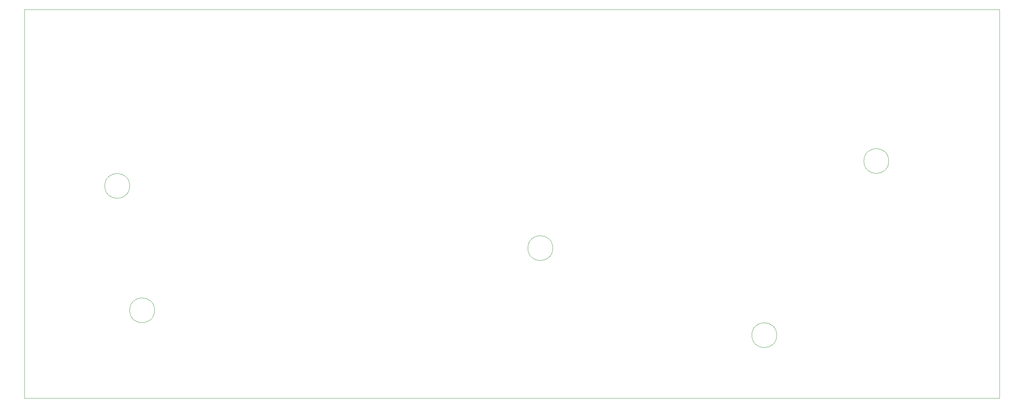
<source format=gm1>
G04 #@! TF.GenerationSoftware,KiCad,Pcbnew,5.1.7*
G04 #@! TF.CreationDate,2020-11-29T13:06:50+02:00*
G04 #@! TF.ProjectId,PM THT Van,504d2054-4854-4205-9661-6e2e6b696361,rev?*
G04 #@! TF.SameCoordinates,Original*
G04 #@! TF.FileFunction,Profile,NP*
%FSLAX46Y46*%
G04 Gerber Fmt 4.6, Leading zero omitted, Abs format (unit mm)*
G04 Created by KiCad (PCBNEW 5.1.7) date 2020-11-29 13:06:50*
%MOMM*%
%LPD*%
G01*
G04 APERTURE LIST*
G04 #@! TA.AperFunction,Profile*
%ADD10C,0.050000*%
G04 #@! TD*
G04 APERTURE END LIST*
D10*
X226300000Y-124000000D02*
G75*
G03*
X226300000Y-124000000I-3100000J0D01*
G01*
X170500000Y-102300000D02*
G75*
G03*
X170500000Y-102300000I-3100000J0D01*
G01*
X254200000Y-80600000D02*
G75*
G03*
X254200000Y-80600000I-3100000J0D01*
G01*
X65100000Y-86800000D02*
G75*
G03*
X65100000Y-86800000I-3100000J0D01*
G01*
X71300000Y-117800000D02*
G75*
G03*
X71300000Y-117800000I-3100000J0D01*
G01*
X38893750Y-42862500D02*
X281781250Y-42862500D01*
X38893750Y-139700000D02*
X38893750Y-42862500D01*
X281781250Y-139700000D02*
X38893750Y-139700000D01*
X281781250Y-139700000D02*
X281781250Y-42862500D01*
M02*

</source>
